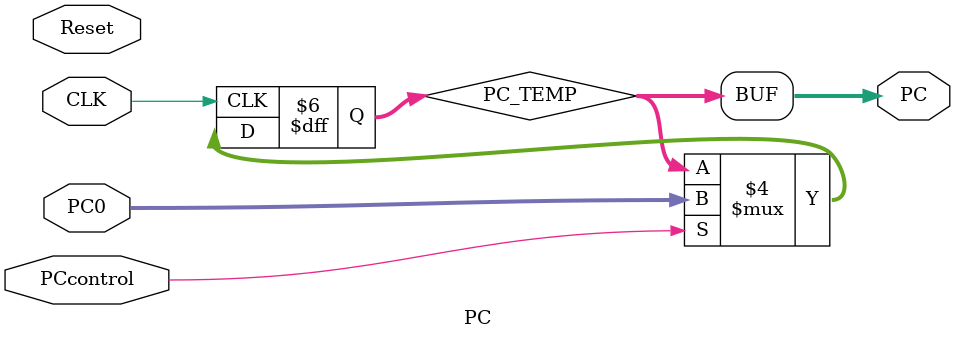
<source format=v>
`timescale 1ns / 1ps
module PC(
          input CLK,
          input Reset,
          input PCcontrol,
          input [31:0] PC0,
          output [31:0] PC
         );
  reg [31:0]  PC_TEMP;  
  initial 
  begin
    PC_TEMP = 0;
  end

// always @(PCcontrol or Reset)
//     begin
//         if (Reset == 0)
//            PC_TEMP  = 0;
//         else if(PCcontrol == 1'b1)
//         begin
//            PC_TEMP = PC0;
//         end
//     end

always @(posedge CLK) begin
  if(PCcontrol)begin
    PC_TEMP = PC0;
  end
end

assign PC = PC_TEMP;
endmodule
</source>
